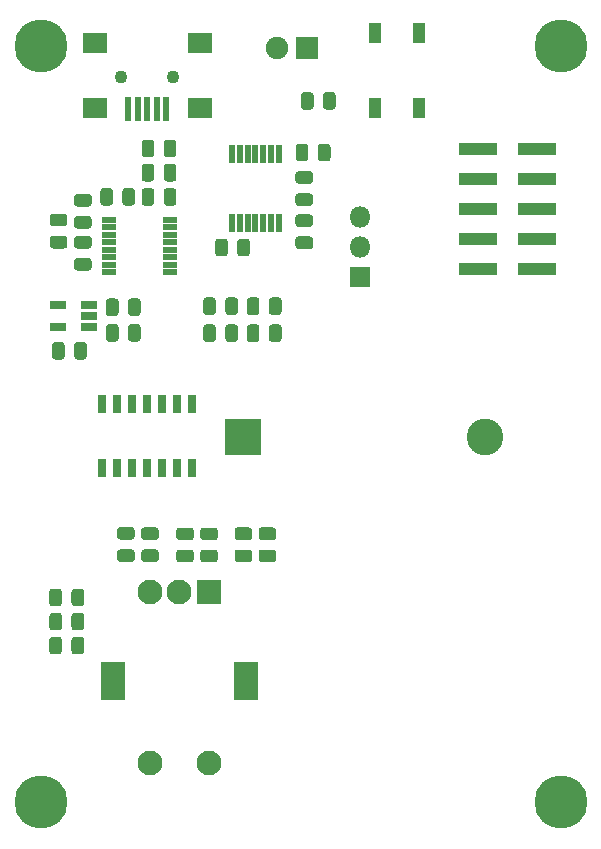
<source format=gts>
%TF.GenerationSoftware,KiCad,Pcbnew,(5.1.6-0-10_14)*%
%TF.CreationDate,2020-07-28T22:12:12-04:00*%
%TF.ProjectId,uRemote,7552656d-6f74-4652-9e6b-696361645f70,rev?*%
%TF.SameCoordinates,Original*%
%TF.FileFunction,Soldermask,Top*%
%TF.FilePolarity,Negative*%
%FSLAX46Y46*%
G04 Gerber Fmt 4.6, Leading zero omitted, Abs format (unit mm)*
G04 Created by KiCad (PCBNEW (5.1.6-0-10_14)) date 2020-07-28 22:12:12*
%MOMM*%
%LPD*%
G01*
G04 APERTURE LIST*
%ADD10R,3.250000X1.100000*%
%ADD11R,0.550000X1.550000*%
%ADD12C,3.100000*%
%ADD13R,3.100000X3.100000*%
%ADD14R,0.700000X1.600000*%
%ADD15R,1.900000X1.900000*%
%ADD16C,1.900000*%
%ADD17R,0.600000X2.100000*%
%ADD18R,2.100000X1.800000*%
%ADD19C,1.100000*%
%ADD20R,1.800000X1.800000*%
%ADD21O,1.800000X1.800000*%
%ADD22C,2.100000*%
%ADD23R,2.100000X3.300000*%
%ADD24R,2.100000X2.100000*%
%ADD25R,1.100000X1.800000*%
%ADD26R,1.300000X0.500000*%
%ADD27R,1.320000X0.750000*%
%ADD28C,4.500000*%
%ADD29C,0.800000*%
G04 APERTURE END LIST*
D10*
%TO.C,J1*%
X65025000Y-41880000D03*
X59975000Y-41880000D03*
X65025000Y-39340000D03*
X59975000Y-39340000D03*
X65025000Y-36800000D03*
X59975000Y-36800000D03*
X65025000Y-34260000D03*
X59975000Y-34260000D03*
X65025000Y-31720000D03*
X59975000Y-31720000D03*
%TD*%
D11*
%TO.C,U4*%
X43116700Y-32092200D03*
X42466700Y-32092200D03*
X41816700Y-32092200D03*
X41166700Y-32092200D03*
X40516700Y-32092200D03*
X39866700Y-32092200D03*
X39216700Y-32092200D03*
X39216700Y-37992200D03*
X39866700Y-37992200D03*
X40516700Y-37992200D03*
X41166700Y-37992200D03*
X41816700Y-37992200D03*
X42466700Y-37992200D03*
X43116700Y-37992200D03*
%TD*%
%TO.C,R1*%
G36*
G01*
X32600000Y-33218750D02*
X32600000Y-34181250D01*
G75*
G02*
X32331250Y-34450000I-268750J0D01*
G01*
X31793750Y-34450000D01*
G75*
G02*
X31525000Y-34181250I0J268750D01*
G01*
X31525000Y-33218750D01*
G75*
G02*
X31793750Y-32950000I268750J0D01*
G01*
X32331250Y-32950000D01*
G75*
G02*
X32600000Y-33218750I0J-268750D01*
G01*
G37*
G36*
G01*
X34475000Y-33218750D02*
X34475000Y-34181250D01*
G75*
G02*
X34206250Y-34450000I-268750J0D01*
G01*
X33668750Y-34450000D01*
G75*
G02*
X33400000Y-34181250I0J268750D01*
G01*
X33400000Y-33218750D01*
G75*
G02*
X33668750Y-32950000I268750J0D01*
G01*
X34206250Y-32950000D01*
G75*
G02*
X34475000Y-33218750I0J-268750D01*
G01*
G37*
%TD*%
D12*
%TO.C,BT1*%
X60640000Y-56050000D03*
D13*
X40150000Y-56050000D03*
%TD*%
D14*
%TO.C,U1*%
X28190000Y-53300000D03*
X29460000Y-53300000D03*
X30730000Y-53300000D03*
X32000000Y-53300000D03*
X33270000Y-53300000D03*
X34540000Y-53300000D03*
X35810000Y-53300000D03*
X35810000Y-58700000D03*
X34540000Y-58700000D03*
X33270000Y-58700000D03*
X32000000Y-58700000D03*
X30730000Y-58700000D03*
X29460000Y-58700000D03*
X28190000Y-58700000D03*
%TD*%
%TO.C,FB1*%
G36*
G01*
X24018750Y-39050000D02*
X24981250Y-39050000D01*
G75*
G02*
X25250000Y-39318750I0J-268750D01*
G01*
X25250000Y-39856250D01*
G75*
G02*
X24981250Y-40125000I-268750J0D01*
G01*
X24018750Y-40125000D01*
G75*
G02*
X23750000Y-39856250I0J268750D01*
G01*
X23750000Y-39318750D01*
G75*
G02*
X24018750Y-39050000I268750J0D01*
G01*
G37*
G36*
G01*
X24018750Y-37175000D02*
X24981250Y-37175000D01*
G75*
G02*
X25250000Y-37443750I0J-268750D01*
G01*
X25250000Y-37981250D01*
G75*
G02*
X24981250Y-38250000I-268750J0D01*
G01*
X24018750Y-38250000D01*
G75*
G02*
X23750000Y-37981250I0J268750D01*
G01*
X23750000Y-37443750D01*
G75*
G02*
X24018750Y-37175000I268750J0D01*
G01*
G37*
%TD*%
%TO.C,C1*%
G36*
G01*
X29900000Y-36231250D02*
X29900000Y-35268750D01*
G75*
G02*
X30168750Y-35000000I268750J0D01*
G01*
X30706250Y-35000000D01*
G75*
G02*
X30975000Y-35268750I0J-268750D01*
G01*
X30975000Y-36231250D01*
G75*
G02*
X30706250Y-36500000I-268750J0D01*
G01*
X30168750Y-36500000D01*
G75*
G02*
X29900000Y-36231250I0J268750D01*
G01*
G37*
G36*
G01*
X28025000Y-36231250D02*
X28025000Y-35268750D01*
G75*
G02*
X28293750Y-35000000I268750J0D01*
G01*
X28831250Y-35000000D01*
G75*
G02*
X29100000Y-35268750I0J-268750D01*
G01*
X29100000Y-36231250D01*
G75*
G02*
X28831250Y-36500000I-268750J0D01*
G01*
X28293750Y-36500000D01*
G75*
G02*
X28025000Y-36231250I0J268750D01*
G01*
G37*
%TD*%
%TO.C,C2*%
G36*
G01*
X26072050Y-40922900D02*
X27034550Y-40922900D01*
G75*
G02*
X27303300Y-41191650I0J-268750D01*
G01*
X27303300Y-41729150D01*
G75*
G02*
X27034550Y-41997900I-268750J0D01*
G01*
X26072050Y-41997900D01*
G75*
G02*
X25803300Y-41729150I0J268750D01*
G01*
X25803300Y-41191650D01*
G75*
G02*
X26072050Y-40922900I268750J0D01*
G01*
G37*
G36*
G01*
X26072050Y-39047900D02*
X27034550Y-39047900D01*
G75*
G02*
X27303300Y-39316650I0J-268750D01*
G01*
X27303300Y-39854150D01*
G75*
G02*
X27034550Y-40122900I-268750J0D01*
G01*
X26072050Y-40122900D01*
G75*
G02*
X25803300Y-39854150I0J268750D01*
G01*
X25803300Y-39316650D01*
G75*
G02*
X26072050Y-39047900I268750J0D01*
G01*
G37*
%TD*%
%TO.C,C3*%
G36*
G01*
X31525000Y-32131250D02*
X31525000Y-31168750D01*
G75*
G02*
X31793750Y-30900000I268750J0D01*
G01*
X32331250Y-30900000D01*
G75*
G02*
X32600000Y-31168750I0J-268750D01*
G01*
X32600000Y-32131250D01*
G75*
G02*
X32331250Y-32400000I-268750J0D01*
G01*
X31793750Y-32400000D01*
G75*
G02*
X31525000Y-32131250I0J268750D01*
G01*
G37*
G36*
G01*
X33400000Y-32131250D02*
X33400000Y-31168750D01*
G75*
G02*
X33668750Y-30900000I268750J0D01*
G01*
X34206250Y-30900000D01*
G75*
G02*
X34475000Y-31168750I0J-268750D01*
G01*
X34475000Y-32131250D01*
G75*
G02*
X34206250Y-32400000I-268750J0D01*
G01*
X33668750Y-32400000D01*
G75*
G02*
X33400000Y-32131250I0J268750D01*
G01*
G37*
%TD*%
%TO.C,C4*%
G36*
G01*
X41696450Y-63733900D02*
X42658950Y-63733900D01*
G75*
G02*
X42927700Y-64002650I0J-268750D01*
G01*
X42927700Y-64540150D01*
G75*
G02*
X42658950Y-64808900I-268750J0D01*
G01*
X41696450Y-64808900D01*
G75*
G02*
X41427700Y-64540150I0J268750D01*
G01*
X41427700Y-64002650D01*
G75*
G02*
X41696450Y-63733900I268750J0D01*
G01*
G37*
G36*
G01*
X41696450Y-65608900D02*
X42658950Y-65608900D01*
G75*
G02*
X42927700Y-65877650I0J-268750D01*
G01*
X42927700Y-66415150D01*
G75*
G02*
X42658950Y-66683900I-268750J0D01*
G01*
X41696450Y-66683900D01*
G75*
G02*
X41427700Y-66415150I0J268750D01*
G01*
X41427700Y-65877650D01*
G75*
G02*
X41696450Y-65608900I268750J0D01*
G01*
G37*
%TD*%
%TO.C,C5*%
G36*
G01*
X27034550Y-36566900D02*
X26072050Y-36566900D01*
G75*
G02*
X25803300Y-36298150I0J268750D01*
G01*
X25803300Y-35760650D01*
G75*
G02*
X26072050Y-35491900I268750J0D01*
G01*
X27034550Y-35491900D01*
G75*
G02*
X27303300Y-35760650I0J-268750D01*
G01*
X27303300Y-36298150D01*
G75*
G02*
X27034550Y-36566900I-268750J0D01*
G01*
G37*
G36*
G01*
X27034550Y-38441900D02*
X26072050Y-38441900D01*
G75*
G02*
X25803300Y-38173150I0J268750D01*
G01*
X25803300Y-37635650D01*
G75*
G02*
X26072050Y-37366900I268750J0D01*
G01*
X27034550Y-37366900D01*
G75*
G02*
X27303300Y-37635650I0J-268750D01*
G01*
X27303300Y-38173150D01*
G75*
G02*
X27034550Y-38441900I-268750J0D01*
G01*
G37*
%TD*%
%TO.C,C6*%
G36*
G01*
X30682850Y-64783500D02*
X29720350Y-64783500D01*
G75*
G02*
X29451600Y-64514750I0J268750D01*
G01*
X29451600Y-63977250D01*
G75*
G02*
X29720350Y-63708500I268750J0D01*
G01*
X30682850Y-63708500D01*
G75*
G02*
X30951600Y-63977250I0J-268750D01*
G01*
X30951600Y-64514750D01*
G75*
G02*
X30682850Y-64783500I-268750J0D01*
G01*
G37*
G36*
G01*
X30682850Y-66658500D02*
X29720350Y-66658500D01*
G75*
G02*
X29451600Y-66389750I0J268750D01*
G01*
X29451600Y-65852250D01*
G75*
G02*
X29720350Y-65583500I268750J0D01*
G01*
X30682850Y-65583500D01*
G75*
G02*
X30951600Y-65852250I0J-268750D01*
G01*
X30951600Y-66389750D01*
G75*
G02*
X30682850Y-66658500I-268750J0D01*
G01*
G37*
%TD*%
%TO.C,C7*%
G36*
G01*
X34724150Y-63746600D02*
X35686650Y-63746600D01*
G75*
G02*
X35955400Y-64015350I0J-268750D01*
G01*
X35955400Y-64552850D01*
G75*
G02*
X35686650Y-64821600I-268750J0D01*
G01*
X34724150Y-64821600D01*
G75*
G02*
X34455400Y-64552850I0J268750D01*
G01*
X34455400Y-64015350D01*
G75*
G02*
X34724150Y-63746600I268750J0D01*
G01*
G37*
G36*
G01*
X34724150Y-65621600D02*
X35686650Y-65621600D01*
G75*
G02*
X35955400Y-65890350I0J-268750D01*
G01*
X35955400Y-66427850D01*
G75*
G02*
X35686650Y-66696600I-268750J0D01*
G01*
X34724150Y-66696600D01*
G75*
G02*
X34455400Y-66427850I0J268750D01*
G01*
X34455400Y-65890350D01*
G75*
G02*
X34724150Y-65621600I268750J0D01*
G01*
G37*
%TD*%
%TO.C,C8*%
G36*
G01*
X40704200Y-39560950D02*
X40704200Y-40523450D01*
G75*
G02*
X40435450Y-40792200I-268750J0D01*
G01*
X39897950Y-40792200D01*
G75*
G02*
X39629200Y-40523450I0J268750D01*
G01*
X39629200Y-39560950D01*
G75*
G02*
X39897950Y-39292200I268750J0D01*
G01*
X40435450Y-39292200D01*
G75*
G02*
X40704200Y-39560950I0J-268750D01*
G01*
G37*
G36*
G01*
X38829200Y-39560950D02*
X38829200Y-40523450D01*
G75*
G02*
X38560450Y-40792200I-268750J0D01*
G01*
X38022950Y-40792200D01*
G75*
G02*
X37754200Y-40523450I0J268750D01*
G01*
X37754200Y-39560950D01*
G75*
G02*
X38022950Y-39292200I268750J0D01*
G01*
X38560450Y-39292200D01*
G75*
G02*
X38829200Y-39560950I0J-268750D01*
G01*
G37*
%TD*%
%TO.C,RX*%
G36*
G01*
X37815500Y-44525250D02*
X37815500Y-45487750D01*
G75*
G02*
X37546750Y-45756500I-268750J0D01*
G01*
X37009250Y-45756500D01*
G75*
G02*
X36740500Y-45487750I0J268750D01*
G01*
X36740500Y-44525250D01*
G75*
G02*
X37009250Y-44256500I268750J0D01*
G01*
X37546750Y-44256500D01*
G75*
G02*
X37815500Y-44525250I0J-268750D01*
G01*
G37*
G36*
G01*
X39690500Y-44525250D02*
X39690500Y-45487750D01*
G75*
G02*
X39421750Y-45756500I-268750J0D01*
G01*
X38884250Y-45756500D01*
G75*
G02*
X38615500Y-45487750I0J268750D01*
G01*
X38615500Y-44525250D01*
G75*
G02*
X38884250Y-44256500I268750J0D01*
G01*
X39421750Y-44256500D01*
G75*
G02*
X39690500Y-44525250I0J-268750D01*
G01*
G37*
%TD*%
%TO.C,TX*%
G36*
G01*
X39690500Y-46811250D02*
X39690500Y-47773750D01*
G75*
G02*
X39421750Y-48042500I-268750J0D01*
G01*
X38884250Y-48042500D01*
G75*
G02*
X38615500Y-47773750I0J268750D01*
G01*
X38615500Y-46811250D01*
G75*
G02*
X38884250Y-46542500I268750J0D01*
G01*
X39421750Y-46542500D01*
G75*
G02*
X39690500Y-46811250I0J-268750D01*
G01*
G37*
G36*
G01*
X37815500Y-46811250D02*
X37815500Y-47773750D01*
G75*
G02*
X37546750Y-48042500I-268750J0D01*
G01*
X37009250Y-48042500D01*
G75*
G02*
X36740500Y-47773750I0J268750D01*
G01*
X36740500Y-46811250D01*
G75*
G02*
X37009250Y-46542500I268750J0D01*
G01*
X37546750Y-46542500D01*
G75*
G02*
X37815500Y-46811250I0J-268750D01*
G01*
G37*
%TD*%
%TO.C,CHRG*%
G36*
G01*
X29575300Y-44618750D02*
X29575300Y-45581250D01*
G75*
G02*
X29306550Y-45850000I-268750J0D01*
G01*
X28769050Y-45850000D01*
G75*
G02*
X28500300Y-45581250I0J268750D01*
G01*
X28500300Y-44618750D01*
G75*
G02*
X28769050Y-44350000I268750J0D01*
G01*
X29306550Y-44350000D01*
G75*
G02*
X29575300Y-44618750I0J-268750D01*
G01*
G37*
G36*
G01*
X31450300Y-44618750D02*
X31450300Y-45581250D01*
G75*
G02*
X31181550Y-45850000I-268750J0D01*
G01*
X30644050Y-45850000D01*
G75*
G02*
X30375300Y-45581250I0J268750D01*
G01*
X30375300Y-44618750D01*
G75*
G02*
X30644050Y-44350000I268750J0D01*
G01*
X31181550Y-44350000D01*
G75*
G02*
X31450300Y-44618750I0J-268750D01*
G01*
G37*
%TD*%
%TO.C,LED*%
G36*
G01*
X45781250Y-36525000D02*
X44818750Y-36525000D01*
G75*
G02*
X44550000Y-36256250I0J268750D01*
G01*
X44550000Y-35718750D01*
G75*
G02*
X44818750Y-35450000I268750J0D01*
G01*
X45781250Y-35450000D01*
G75*
G02*
X46050000Y-35718750I0J-268750D01*
G01*
X46050000Y-36256250D01*
G75*
G02*
X45781250Y-36525000I-268750J0D01*
G01*
G37*
G36*
G01*
X45781250Y-34650000D02*
X44818750Y-34650000D01*
G75*
G02*
X44550000Y-34381250I0J268750D01*
G01*
X44550000Y-33843750D01*
G75*
G02*
X44818750Y-33575000I268750J0D01*
G01*
X45781250Y-33575000D01*
G75*
G02*
X46050000Y-33843750I0J-268750D01*
G01*
X46050000Y-34381250D01*
G75*
G02*
X45781250Y-34650000I-268750J0D01*
G01*
G37*
%TD*%
D15*
%TO.C,D5*%
X45540000Y-23150000D03*
D16*
X43000000Y-23150000D03*
%TD*%
D17*
%TO.C,J2*%
X33600000Y-28300000D03*
X32800000Y-28300000D03*
X32000000Y-28300000D03*
X31200000Y-28300000D03*
X30400000Y-28300000D03*
D18*
X36450000Y-28200000D03*
X36450000Y-22750000D03*
X27550000Y-28200000D03*
X27550000Y-22750000D03*
D19*
X34200000Y-25600000D03*
X29800000Y-25600000D03*
%TD*%
D20*
%TO.C,BOOT0*%
X50000000Y-42540000D03*
D21*
X50000000Y-40000000D03*
X50000000Y-37460000D03*
%TD*%
%TO.C,R2*%
G36*
G01*
X31525000Y-36231250D02*
X31525000Y-35268750D01*
G75*
G02*
X31793750Y-35000000I268750J0D01*
G01*
X32331250Y-35000000D01*
G75*
G02*
X32600000Y-35268750I0J-268750D01*
G01*
X32600000Y-36231250D01*
G75*
G02*
X32331250Y-36500000I-268750J0D01*
G01*
X31793750Y-36500000D01*
G75*
G02*
X31525000Y-36231250I0J268750D01*
G01*
G37*
G36*
G01*
X33400000Y-36231250D02*
X33400000Y-35268750D01*
G75*
G02*
X33668750Y-35000000I268750J0D01*
G01*
X34206250Y-35000000D01*
G75*
G02*
X34475000Y-35268750I0J-268750D01*
G01*
X34475000Y-36231250D01*
G75*
G02*
X34206250Y-36500000I-268750J0D01*
G01*
X33668750Y-36500000D01*
G75*
G02*
X33400000Y-36231250I0J268750D01*
G01*
G37*
%TD*%
%TO.C,R3*%
G36*
G01*
X40626950Y-64808900D02*
X39664450Y-64808900D01*
G75*
G02*
X39395700Y-64540150I0J268750D01*
G01*
X39395700Y-64002650D01*
G75*
G02*
X39664450Y-63733900I268750J0D01*
G01*
X40626950Y-63733900D01*
G75*
G02*
X40895700Y-64002650I0J-268750D01*
G01*
X40895700Y-64540150D01*
G75*
G02*
X40626950Y-64808900I-268750J0D01*
G01*
G37*
G36*
G01*
X40626950Y-66683900D02*
X39664450Y-66683900D01*
G75*
G02*
X39395700Y-66415150I0J268750D01*
G01*
X39395700Y-65877650D01*
G75*
G02*
X39664450Y-65608900I268750J0D01*
G01*
X40626950Y-65608900D01*
G75*
G02*
X40895700Y-65877650I0J-268750D01*
G01*
X40895700Y-66415150D01*
G75*
G02*
X40626950Y-66683900I-268750J0D01*
G01*
G37*
%TD*%
%TO.C,R4*%
G36*
G01*
X23710100Y-74224550D02*
X23710100Y-73262050D01*
G75*
G02*
X23978850Y-72993300I268750J0D01*
G01*
X24516350Y-72993300D01*
G75*
G02*
X24785100Y-73262050I0J-268750D01*
G01*
X24785100Y-74224550D01*
G75*
G02*
X24516350Y-74493300I-268750J0D01*
G01*
X23978850Y-74493300D01*
G75*
G02*
X23710100Y-74224550I0J268750D01*
G01*
G37*
G36*
G01*
X25585100Y-74224550D02*
X25585100Y-73262050D01*
G75*
G02*
X25853850Y-72993300I268750J0D01*
G01*
X26391350Y-72993300D01*
G75*
G02*
X26660100Y-73262050I0J-268750D01*
G01*
X26660100Y-74224550D01*
G75*
G02*
X26391350Y-74493300I-268750J0D01*
G01*
X25853850Y-74493300D01*
G75*
G02*
X25585100Y-74224550I0J268750D01*
G01*
G37*
%TD*%
%TO.C,R5*%
G36*
G01*
X25588900Y-72192550D02*
X25588900Y-71230050D01*
G75*
G02*
X25857650Y-70961300I268750J0D01*
G01*
X26395150Y-70961300D01*
G75*
G02*
X26663900Y-71230050I0J-268750D01*
G01*
X26663900Y-72192550D01*
G75*
G02*
X26395150Y-72461300I-268750J0D01*
G01*
X25857650Y-72461300D01*
G75*
G02*
X25588900Y-72192550I0J268750D01*
G01*
G37*
G36*
G01*
X23713900Y-72192550D02*
X23713900Y-71230050D01*
G75*
G02*
X23982650Y-70961300I268750J0D01*
G01*
X24520150Y-70961300D01*
G75*
G02*
X24788900Y-71230050I0J-268750D01*
G01*
X24788900Y-72192550D01*
G75*
G02*
X24520150Y-72461300I-268750J0D01*
G01*
X23982650Y-72461300D01*
G75*
G02*
X23713900Y-72192550I0J268750D01*
G01*
G37*
%TD*%
%TO.C,R6*%
G36*
G01*
X25588900Y-70148850D02*
X25588900Y-69186350D01*
G75*
G02*
X25857650Y-68917600I268750J0D01*
G01*
X26395150Y-68917600D01*
G75*
G02*
X26663900Y-69186350I0J-268750D01*
G01*
X26663900Y-70148850D01*
G75*
G02*
X26395150Y-70417600I-268750J0D01*
G01*
X25857650Y-70417600D01*
G75*
G02*
X25588900Y-70148850I0J268750D01*
G01*
G37*
G36*
G01*
X23713900Y-70148850D02*
X23713900Y-69186350D01*
G75*
G02*
X23982650Y-68917600I268750J0D01*
G01*
X24520150Y-68917600D01*
G75*
G02*
X24788900Y-69186350I0J-268750D01*
G01*
X24788900Y-70148850D01*
G75*
G02*
X24520150Y-70417600I-268750J0D01*
G01*
X23982650Y-70417600D01*
G75*
G02*
X23713900Y-70148850I0J268750D01*
G01*
G37*
%TD*%
%TO.C,R7*%
G36*
G01*
X47525000Y-31518750D02*
X47525000Y-32481250D01*
G75*
G02*
X47256250Y-32750000I-268750J0D01*
G01*
X46718750Y-32750000D01*
G75*
G02*
X46450000Y-32481250I0J268750D01*
G01*
X46450000Y-31518750D01*
G75*
G02*
X46718750Y-31250000I268750J0D01*
G01*
X47256250Y-31250000D01*
G75*
G02*
X47525000Y-31518750I0J-268750D01*
G01*
G37*
G36*
G01*
X45650000Y-31518750D02*
X45650000Y-32481250D01*
G75*
G02*
X45381250Y-32750000I-268750J0D01*
G01*
X44843750Y-32750000D01*
G75*
G02*
X44575000Y-32481250I0J268750D01*
G01*
X44575000Y-31518750D01*
G75*
G02*
X44843750Y-31250000I268750J0D01*
G01*
X45381250Y-31250000D01*
G75*
G02*
X45650000Y-31518750I0J-268750D01*
G01*
G37*
%TD*%
%TO.C,R8*%
G36*
G01*
X31752350Y-65596200D02*
X32714850Y-65596200D01*
G75*
G02*
X32983600Y-65864950I0J-268750D01*
G01*
X32983600Y-66402450D01*
G75*
G02*
X32714850Y-66671200I-268750J0D01*
G01*
X31752350Y-66671200D01*
G75*
G02*
X31483600Y-66402450I0J268750D01*
G01*
X31483600Y-65864950D01*
G75*
G02*
X31752350Y-65596200I268750J0D01*
G01*
G37*
G36*
G01*
X31752350Y-63721200D02*
X32714850Y-63721200D01*
G75*
G02*
X32983600Y-63989950I0J-268750D01*
G01*
X32983600Y-64527450D01*
G75*
G02*
X32714850Y-64796200I-268750J0D01*
G01*
X31752350Y-64796200D01*
G75*
G02*
X31483600Y-64527450I0J268750D01*
G01*
X31483600Y-63989950D01*
G75*
G02*
X31752350Y-63721200I268750J0D01*
G01*
G37*
%TD*%
%TO.C,R9*%
G36*
G01*
X36756150Y-63746600D02*
X37718650Y-63746600D01*
G75*
G02*
X37987400Y-64015350I0J-268750D01*
G01*
X37987400Y-64552850D01*
G75*
G02*
X37718650Y-64821600I-268750J0D01*
G01*
X36756150Y-64821600D01*
G75*
G02*
X36487400Y-64552850I0J268750D01*
G01*
X36487400Y-64015350D01*
G75*
G02*
X36756150Y-63746600I268750J0D01*
G01*
G37*
G36*
G01*
X36756150Y-65621600D02*
X37718650Y-65621600D01*
G75*
G02*
X37987400Y-65890350I0J-268750D01*
G01*
X37987400Y-66427850D01*
G75*
G02*
X37718650Y-66696600I-268750J0D01*
G01*
X36756150Y-66696600D01*
G75*
G02*
X36487400Y-66427850I0J268750D01*
G01*
X36487400Y-65890350D01*
G75*
G02*
X36756150Y-65621600I268750J0D01*
G01*
G37*
%TD*%
%TO.C,R10*%
G36*
G01*
X41498500Y-44525250D02*
X41498500Y-45487750D01*
G75*
G02*
X41229750Y-45756500I-268750J0D01*
G01*
X40692250Y-45756500D01*
G75*
G02*
X40423500Y-45487750I0J268750D01*
G01*
X40423500Y-44525250D01*
G75*
G02*
X40692250Y-44256500I268750J0D01*
G01*
X41229750Y-44256500D01*
G75*
G02*
X41498500Y-44525250I0J-268750D01*
G01*
G37*
G36*
G01*
X43373500Y-44525250D02*
X43373500Y-45487750D01*
G75*
G02*
X43104750Y-45756500I-268750J0D01*
G01*
X42567250Y-45756500D01*
G75*
G02*
X42298500Y-45487750I0J268750D01*
G01*
X42298500Y-44525250D01*
G75*
G02*
X42567250Y-44256500I268750J0D01*
G01*
X43104750Y-44256500D01*
G75*
G02*
X43373500Y-44525250I0J-268750D01*
G01*
G37*
%TD*%
%TO.C,R11*%
G36*
G01*
X43373500Y-46811250D02*
X43373500Y-47773750D01*
G75*
G02*
X43104750Y-48042500I-268750J0D01*
G01*
X42567250Y-48042500D01*
G75*
G02*
X42298500Y-47773750I0J268750D01*
G01*
X42298500Y-46811250D01*
G75*
G02*
X42567250Y-46542500I268750J0D01*
G01*
X43104750Y-46542500D01*
G75*
G02*
X43373500Y-46811250I0J-268750D01*
G01*
G37*
G36*
G01*
X41498500Y-46811250D02*
X41498500Y-47773750D01*
G75*
G02*
X41229750Y-48042500I-268750J0D01*
G01*
X40692250Y-48042500D01*
G75*
G02*
X40423500Y-47773750I0J268750D01*
G01*
X40423500Y-46811250D01*
G75*
G02*
X40692250Y-46542500I268750J0D01*
G01*
X41229750Y-46542500D01*
G75*
G02*
X41498500Y-46811250I0J-268750D01*
G01*
G37*
%TD*%
%TO.C,R12*%
G36*
G01*
X31450300Y-46784550D02*
X31450300Y-47747050D01*
G75*
G02*
X31181550Y-48015800I-268750J0D01*
G01*
X30644050Y-48015800D01*
G75*
G02*
X30375300Y-47747050I0J268750D01*
G01*
X30375300Y-46784550D01*
G75*
G02*
X30644050Y-46515800I268750J0D01*
G01*
X31181550Y-46515800D01*
G75*
G02*
X31450300Y-46784550I0J-268750D01*
G01*
G37*
G36*
G01*
X29575300Y-46784550D02*
X29575300Y-47747050D01*
G75*
G02*
X29306550Y-48015800I-268750J0D01*
G01*
X28769050Y-48015800D01*
G75*
G02*
X28500300Y-47747050I0J268750D01*
G01*
X28500300Y-46784550D01*
G75*
G02*
X28769050Y-46515800I268750J0D01*
G01*
X29306550Y-46515800D01*
G75*
G02*
X29575300Y-46784550I0J-268750D01*
G01*
G37*
%TD*%
%TO.C,R13*%
G36*
G01*
X23941000Y-49258350D02*
X23941000Y-48295850D01*
G75*
G02*
X24209750Y-48027100I268750J0D01*
G01*
X24747250Y-48027100D01*
G75*
G02*
X25016000Y-48295850I0J-268750D01*
G01*
X25016000Y-49258350D01*
G75*
G02*
X24747250Y-49527100I-268750J0D01*
G01*
X24209750Y-49527100D01*
G75*
G02*
X23941000Y-49258350I0J268750D01*
G01*
G37*
G36*
G01*
X25816000Y-49258350D02*
X25816000Y-48295850D01*
G75*
G02*
X26084750Y-48027100I268750J0D01*
G01*
X26622250Y-48027100D01*
G75*
G02*
X26891000Y-48295850I0J-268750D01*
G01*
X26891000Y-49258350D01*
G75*
G02*
X26622250Y-49527100I-268750J0D01*
G01*
X26084750Y-49527100D01*
G75*
G02*
X25816000Y-49258350I0J268750D01*
G01*
G37*
%TD*%
%TO.C,R14*%
G36*
G01*
X45781250Y-40175000D02*
X44818750Y-40175000D01*
G75*
G02*
X44550000Y-39906250I0J268750D01*
G01*
X44550000Y-39368750D01*
G75*
G02*
X44818750Y-39100000I268750J0D01*
G01*
X45781250Y-39100000D01*
G75*
G02*
X46050000Y-39368750I0J-268750D01*
G01*
X46050000Y-39906250D01*
G75*
G02*
X45781250Y-40175000I-268750J0D01*
G01*
G37*
G36*
G01*
X45781250Y-38300000D02*
X44818750Y-38300000D01*
G75*
G02*
X44550000Y-38031250I0J268750D01*
G01*
X44550000Y-37493750D01*
G75*
G02*
X44818750Y-37225000I268750J0D01*
G01*
X45781250Y-37225000D01*
G75*
G02*
X46050000Y-37493750I0J-268750D01*
G01*
X46050000Y-38031250D01*
G75*
G02*
X45781250Y-38300000I-268750J0D01*
G01*
G37*
%TD*%
%TO.C,R15*%
G36*
G01*
X46082000Y-27141250D02*
X46082000Y-28103750D01*
G75*
G02*
X45813250Y-28372500I-268750J0D01*
G01*
X45275750Y-28372500D01*
G75*
G02*
X45007000Y-28103750I0J268750D01*
G01*
X45007000Y-27141250D01*
G75*
G02*
X45275750Y-26872500I268750J0D01*
G01*
X45813250Y-26872500D01*
G75*
G02*
X46082000Y-27141250I0J-268750D01*
G01*
G37*
G36*
G01*
X47957000Y-27141250D02*
X47957000Y-28103750D01*
G75*
G02*
X47688250Y-28372500I-268750J0D01*
G01*
X47150750Y-28372500D01*
G75*
G02*
X46882000Y-28103750I0J268750D01*
G01*
X46882000Y-27141250D01*
G75*
G02*
X47150750Y-26872500I268750J0D01*
G01*
X47688250Y-26872500D01*
G75*
G02*
X47957000Y-27141250I0J-268750D01*
G01*
G37*
%TD*%
D22*
%TO.C,SW1*%
X32228500Y-83710400D03*
X37228500Y-83710400D03*
D23*
X29128500Y-76710400D03*
X40328500Y-76710400D03*
D22*
X32228500Y-69210400D03*
X34728500Y-69210400D03*
D24*
X37228500Y-69210400D03*
%TD*%
D25*
%TO.C,RESET*%
X55050000Y-21900000D03*
X55050000Y-28200000D03*
X51250000Y-21900000D03*
X51250000Y-28200000D03*
%TD*%
D26*
%TO.C,U2*%
X33950000Y-42122500D03*
X33950000Y-41487500D03*
X33950000Y-40852500D03*
X33950000Y-40217500D03*
X33950000Y-39582500D03*
X33950000Y-38947500D03*
X33950000Y-38312500D03*
X33950000Y-37677500D03*
X28750000Y-37677500D03*
X28750000Y-38312500D03*
X28750000Y-38947500D03*
X28750000Y-39582500D03*
X28750000Y-40217500D03*
X28750000Y-40852500D03*
X28750000Y-41487500D03*
X28750000Y-42122500D03*
%TD*%
D27*
%TO.C,U3*%
X27107000Y-46806100D03*
X27107000Y-45856100D03*
X27107000Y-44906100D03*
X24487000Y-44906100D03*
X24487000Y-46806100D03*
%TD*%
D28*
%TO.C,H1*%
X23000000Y-23000000D03*
D29*
X24650000Y-23000000D03*
X24166726Y-24166726D03*
X23000000Y-24650000D03*
X21833274Y-24166726D03*
X21350000Y-23000000D03*
X21833274Y-21833274D03*
X23000000Y-21350000D03*
X24166726Y-21833274D03*
%TD*%
%TO.C,H2*%
X24166726Y-85833274D03*
X23000000Y-85350000D03*
X21833274Y-85833274D03*
X21350000Y-87000000D03*
X21833274Y-88166726D03*
X23000000Y-88650000D03*
X24166726Y-88166726D03*
X24650000Y-87000000D03*
D28*
X23000000Y-87000000D03*
%TD*%
%TO.C,H3*%
X67000000Y-23000000D03*
D29*
X68650000Y-23000000D03*
X68166726Y-24166726D03*
X67000000Y-24650000D03*
X65833274Y-24166726D03*
X65350000Y-23000000D03*
X65833274Y-21833274D03*
X67000000Y-21350000D03*
X68166726Y-21833274D03*
%TD*%
%TO.C,H4*%
X68166726Y-85833274D03*
X67000000Y-85350000D03*
X65833274Y-85833274D03*
X65350000Y-87000000D03*
X65833274Y-88166726D03*
X67000000Y-88650000D03*
X68166726Y-88166726D03*
X68650000Y-87000000D03*
D28*
X67000000Y-87000000D03*
%TD*%
M02*

</source>
